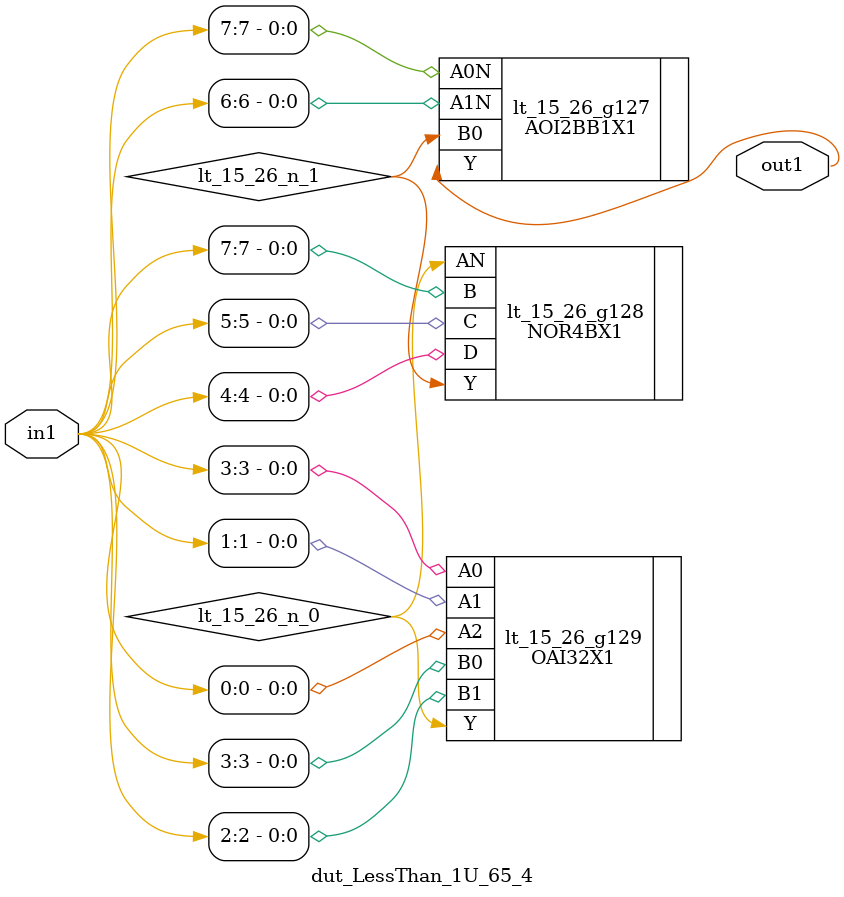
<source format=v>
`timescale 1ps / 1ps


module dut_LessThan_1U_65_4(in1, out1);
  input [7:0] in1;
  output out1;
  wire [7:0] in1;
  wire out1;
  wire lt_15_26_n_0, lt_15_26_n_1;
  AOI2BB1X1 lt_15_26_g127(.A0N (in1[7]), .A1N (in1[6]), .B0
       (lt_15_26_n_1), .Y (out1));
  NOR4BX1 lt_15_26_g128(.AN (lt_15_26_n_0), .B (in1[7]), .C (in1[5]),
       .D (in1[4]), .Y (lt_15_26_n_1));
  OAI32X1 lt_15_26_g129(.A0 (in1[3]), .A1 (in1[1]), .A2 (in1[0]), .B0
       (in1[3]), .B1 (in1[2]), .Y (lt_15_26_n_0));
endmodule



</source>
